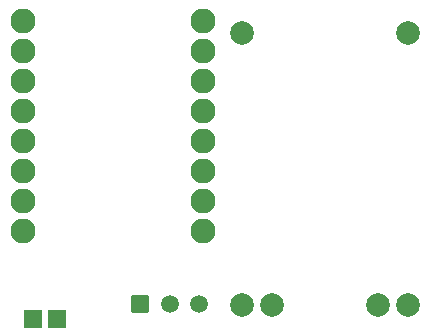
<source format=gbr>
%TF.GenerationSoftware,KiCad,Pcbnew,7.0.10*%
%TF.CreationDate,2024-01-21T01:18:24-08:00*%
%TF.ProjectId,caribou_slime,63617269-626f-4755-9f73-6c696d652e6b,rev?*%
%TF.SameCoordinates,Original*%
%TF.FileFunction,Soldermask,Top*%
%TF.FilePolarity,Negative*%
%FSLAX46Y46*%
G04 Gerber Fmt 4.6, Leading zero omitted, Abs format (unit mm)*
G04 Created by KiCad (PCBNEW 7.0.10) date 2024-01-21 01:18:24*
%MOMM*%
%LPD*%
G01*
G04 APERTURE LIST*
G04 Aperture macros list*
%AMRoundRect*
0 Rectangle with rounded corners*
0 $1 Rounding radius*
0 $2 $3 $4 $5 $6 $7 $8 $9 X,Y pos of 4 corners*
0 Add a 4 corners polygon primitive as box body*
4,1,4,$2,$3,$4,$5,$6,$7,$8,$9,$2,$3,0*
0 Add four circle primitives for the rounded corners*
1,1,$1+$1,$2,$3*
1,1,$1+$1,$4,$5*
1,1,$1+$1,$6,$7*
1,1,$1+$1,$8,$9*
0 Add four rect primitives between the rounded corners*
20,1,$1+$1,$2,$3,$4,$5,0*
20,1,$1+$1,$4,$5,$6,$7,0*
20,1,$1+$1,$6,$7,$8,$9,0*
20,1,$1+$1,$8,$9,$2,$3,0*%
G04 Aperture macros list end*
%ADD10C,2.109000*%
%ADD11RoundRect,0.102000X-0.654000X-0.654000X0.654000X-0.654000X0.654000X0.654000X-0.654000X0.654000X0*%
%ADD12C,1.512000*%
%ADD13C,2.000000*%
%ADD14R,1.500000X1.500000*%
G04 APERTURE END LIST*
D10*
%TO.C,U1*%
X50165000Y-45085000D03*
X50165000Y-42545000D03*
X50165000Y-40005000D03*
X50165000Y-37465000D03*
X50165000Y-32385000D03*
X50165000Y-34925000D03*
X34925000Y-27305000D03*
X50165000Y-27305000D03*
X34925000Y-29845000D03*
X34925000Y-32385000D03*
X34925000Y-34925000D03*
X34925000Y-37465000D03*
X34925000Y-40005000D03*
X34925000Y-42545000D03*
X34925000Y-45085000D03*
X50165000Y-29845000D03*
%TD*%
D11*
%TO.C,S1*%
X44861538Y-51318108D03*
D12*
X47361538Y-51318108D03*
X49861538Y-51318108D03*
%TD*%
D13*
%TO.C,U3*%
X67528250Y-28360107D03*
X53528250Y-28360107D03*
X67528250Y-51360107D03*
X53528250Y-51360107D03*
X64988250Y-51360107D03*
X56068250Y-51360107D03*
%TD*%
D14*
%TO.C,B-*%
X37846000Y-52578000D03*
%TD*%
%TO.C,B+*%
X35814000Y-52578000D03*
%TD*%
M02*

</source>
